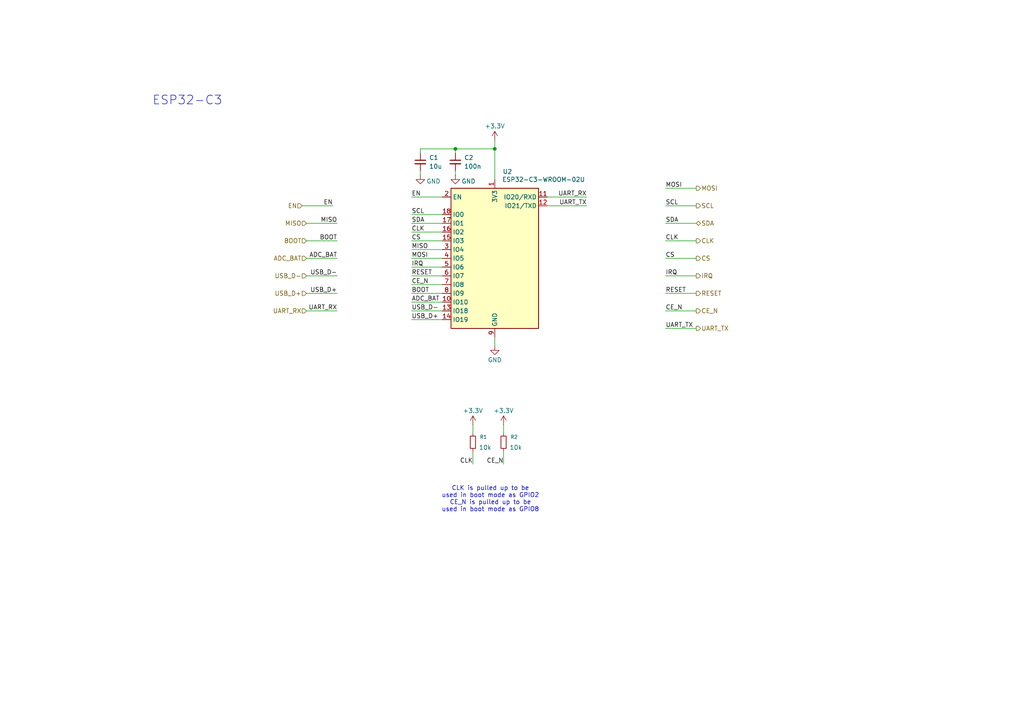
<source format=kicad_sch>
(kicad_sch
	(version 20250114)
	(generator "eeschema")
	(generator_version "9.0")
	(uuid "8645873f-7b7c-4bc8-bde7-ac5de53bb33d")
	(paper "A4")
	(lib_symbols
		(symbol "Device:C_Small"
			(pin_numbers
				(hide yes)
			)
			(pin_names
				(offset 0.254)
				(hide yes)
			)
			(exclude_from_sim no)
			(in_bom yes)
			(on_board yes)
			(property "Reference" "C"
				(at 0.254 1.778 0)
				(effects
					(font
						(size 1.27 1.27)
					)
					(justify left)
				)
			)
			(property "Value" "C_Small"
				(at 0.254 -2.032 0)
				(effects
					(font
						(size 1.27 1.27)
					)
					(justify left)
				)
			)
			(property "Footprint" ""
				(at 0 0 0)
				(effects
					(font
						(size 1.27 1.27)
					)
					(hide yes)
				)
			)
			(property "Datasheet" "~"
				(at 0 0 0)
				(effects
					(font
						(size 1.27 1.27)
					)
					(hide yes)
				)
			)
			(property "Description" "Unpolarized capacitor, small symbol"
				(at 0 0 0)
				(effects
					(font
						(size 1.27 1.27)
					)
					(hide yes)
				)
			)
			(property "ki_keywords" "capacitor cap"
				(at 0 0 0)
				(effects
					(font
						(size 1.27 1.27)
					)
					(hide yes)
				)
			)
			(property "ki_fp_filters" "C_*"
				(at 0 0 0)
				(effects
					(font
						(size 1.27 1.27)
					)
					(hide yes)
				)
			)
			(symbol "C_Small_0_1"
				(polyline
					(pts
						(xy -1.524 0.508) (xy 1.524 0.508)
					)
					(stroke
						(width 0.3048)
						(type default)
					)
					(fill
						(type none)
					)
				)
				(polyline
					(pts
						(xy -1.524 -0.508) (xy 1.524 -0.508)
					)
					(stroke
						(width 0.3302)
						(type default)
					)
					(fill
						(type none)
					)
				)
			)
			(symbol "C_Small_1_1"
				(pin passive line
					(at 0 2.54 270)
					(length 2.032)
					(name "~"
						(effects
							(font
								(size 1.27 1.27)
							)
						)
					)
					(number "1"
						(effects
							(font
								(size 1.27 1.27)
							)
						)
					)
				)
				(pin passive line
					(at 0 -2.54 90)
					(length 2.032)
					(name "~"
						(effects
							(font
								(size 1.27 1.27)
							)
						)
					)
					(number "2"
						(effects
							(font
								(size 1.27 1.27)
							)
						)
					)
				)
			)
			(embedded_fonts no)
		)
		(symbol "Device:R_Small"
			(pin_numbers
				(hide yes)
			)
			(pin_names
				(offset 0.254)
				(hide yes)
			)
			(exclude_from_sim no)
			(in_bom yes)
			(on_board yes)
			(property "Reference" "R"
				(at 0 0 90)
				(effects
					(font
						(size 1.016 1.016)
					)
				)
			)
			(property "Value" "R_Small"
				(at 1.778 0 90)
				(effects
					(font
						(size 1.27 1.27)
					)
				)
			)
			(property "Footprint" ""
				(at 0 0 0)
				(effects
					(font
						(size 1.27 1.27)
					)
					(hide yes)
				)
			)
			(property "Datasheet" "~"
				(at 0 0 0)
				(effects
					(font
						(size 1.27 1.27)
					)
					(hide yes)
				)
			)
			(property "Description" "Resistor, small symbol"
				(at 0 0 0)
				(effects
					(font
						(size 1.27 1.27)
					)
					(hide yes)
				)
			)
			(property "ki_keywords" "R resistor"
				(at 0 0 0)
				(effects
					(font
						(size 1.27 1.27)
					)
					(hide yes)
				)
			)
			(property "ki_fp_filters" "R_*"
				(at 0 0 0)
				(effects
					(font
						(size 1.27 1.27)
					)
					(hide yes)
				)
			)
			(symbol "R_Small_0_1"
				(rectangle
					(start -0.762 1.778)
					(end 0.762 -1.778)
					(stroke
						(width 0.2032)
						(type default)
					)
					(fill
						(type none)
					)
				)
			)
			(symbol "R_Small_1_1"
				(pin passive line
					(at 0 2.54 270)
					(length 0.762)
					(name "~"
						(effects
							(font
								(size 1.27 1.27)
							)
						)
					)
					(number "1"
						(effects
							(font
								(size 1.27 1.27)
							)
						)
					)
				)
				(pin passive line
					(at 0 -2.54 90)
					(length 0.762)
					(name "~"
						(effects
							(font
								(size 1.27 1.27)
							)
						)
					)
					(number "2"
						(effects
							(font
								(size 1.27 1.27)
							)
						)
					)
				)
			)
			(embedded_fonts no)
		)
		(symbol "RF_Module:ESP32-C3-WROOM-02U"
			(exclude_from_sim no)
			(in_bom yes)
			(on_board yes)
			(property "Reference" "U"
				(at -12.192 21.336 0)
				(effects
					(font
						(size 1.27 1.27)
					)
				)
			)
			(property "Value" "ESP32-C3-WROOM-02U"
				(at 12.7 21.336 0)
				(effects
					(font
						(size 1.27 1.27)
					)
				)
			)
			(property "Footprint" "RF_Module:ESP32-C3-WROOM-02U"
				(at 0 -0.635 0)
				(effects
					(font
						(size 1.27 1.27)
					)
					(hide yes)
				)
			)
			(property "Datasheet" "https://www.espressif.com/sites/default/files/documentation/esp32-c3-wroom-02_datasheet_en.pdf"
				(at 0 -0.635 0)
				(effects
					(font
						(size 1.27 1.27)
					)
					(hide yes)
				)
			)
			(property "Description" "802.11 b/g/n Wi­Fi and Bluetooth 5 module, ESP32­C3 SoC, RISC­V microprocessor, On-board antenna"
				(at 0 -0.635 0)
				(effects
					(font
						(size 1.27 1.27)
					)
					(hide yes)
				)
			)
			(property "ki_keywords" "esp32 espressif WiFi Bluetooth LE"
				(at 0 0 0)
				(effects
					(font
						(size 1.27 1.27)
					)
					(hide yes)
				)
			)
			(property "ki_fp_filters" "ESP32?C3*WROOM?02U*"
				(at 0 0 0)
				(effects
					(font
						(size 1.27 1.27)
					)
					(hide yes)
				)
			)
			(symbol "ESP32-C3-WROOM-02U_1_1"
				(rectangle
					(start -12.7 20.32)
					(end 12.7 -20.32)
					(stroke
						(width 0.254)
						(type default)
					)
					(fill
						(type background)
					)
				)
				(pin input line
					(at -15.24 17.78 0)
					(length 2.54)
					(name "EN"
						(effects
							(font
								(size 1.27 1.27)
							)
						)
					)
					(number "2"
						(effects
							(font
								(size 1.27 1.27)
							)
						)
					)
				)
				(pin bidirectional line
					(at -15.24 12.7 0)
					(length 2.54)
					(name "IO0"
						(effects
							(font
								(size 1.27 1.27)
							)
						)
					)
					(number "18"
						(effects
							(font
								(size 1.27 1.27)
							)
						)
					)
				)
				(pin bidirectional line
					(at -15.24 10.16 0)
					(length 2.54)
					(name "IO1"
						(effects
							(font
								(size 1.27 1.27)
							)
						)
					)
					(number "17"
						(effects
							(font
								(size 1.27 1.27)
							)
						)
					)
				)
				(pin bidirectional line
					(at -15.24 7.62 0)
					(length 2.54)
					(name "IO2"
						(effects
							(font
								(size 1.27 1.27)
							)
						)
					)
					(number "16"
						(effects
							(font
								(size 1.27 1.27)
							)
						)
					)
				)
				(pin bidirectional line
					(at -15.24 5.08 0)
					(length 2.54)
					(name "IO3"
						(effects
							(font
								(size 1.27 1.27)
							)
						)
					)
					(number "15"
						(effects
							(font
								(size 1.27 1.27)
							)
						)
					)
				)
				(pin bidirectional line
					(at -15.24 2.54 0)
					(length 2.54)
					(name "IO4"
						(effects
							(font
								(size 1.27 1.27)
							)
						)
					)
					(number "3"
						(effects
							(font
								(size 1.27 1.27)
							)
						)
					)
				)
				(pin bidirectional line
					(at -15.24 0 0)
					(length 2.54)
					(name "IO5"
						(effects
							(font
								(size 1.27 1.27)
							)
						)
					)
					(number "4"
						(effects
							(font
								(size 1.27 1.27)
							)
						)
					)
				)
				(pin bidirectional line
					(at -15.24 -2.54 0)
					(length 2.54)
					(name "IO6"
						(effects
							(font
								(size 1.27 1.27)
							)
						)
					)
					(number "5"
						(effects
							(font
								(size 1.27 1.27)
							)
						)
					)
				)
				(pin bidirectional line
					(at -15.24 -5.08 0)
					(length 2.54)
					(name "IO7"
						(effects
							(font
								(size 1.27 1.27)
							)
						)
					)
					(number "6"
						(effects
							(font
								(size 1.27 1.27)
							)
						)
					)
				)
				(pin bidirectional line
					(at -15.24 -7.62 0)
					(length 2.54)
					(name "IO8"
						(effects
							(font
								(size 1.27 1.27)
							)
						)
					)
					(number "7"
						(effects
							(font
								(size 1.27 1.27)
							)
						)
					)
				)
				(pin bidirectional line
					(at -15.24 -10.16 0)
					(length 2.54)
					(name "IO9"
						(effects
							(font
								(size 1.27 1.27)
							)
						)
					)
					(number "8"
						(effects
							(font
								(size 1.27 1.27)
							)
						)
					)
				)
				(pin bidirectional line
					(at -15.24 -12.7 0)
					(length 2.54)
					(name "IO10"
						(effects
							(font
								(size 1.27 1.27)
							)
						)
					)
					(number "10"
						(effects
							(font
								(size 1.27 1.27)
							)
						)
					)
				)
				(pin bidirectional line
					(at -15.24 -15.24 0)
					(length 2.54)
					(name "IO18"
						(effects
							(font
								(size 1.27 1.27)
							)
						)
					)
					(number "13"
						(effects
							(font
								(size 1.27 1.27)
							)
						)
					)
				)
				(pin bidirectional line
					(at -15.24 -17.78 0)
					(length 2.54)
					(name "IO19"
						(effects
							(font
								(size 1.27 1.27)
							)
						)
					)
					(number "14"
						(effects
							(font
								(size 1.27 1.27)
							)
						)
					)
				)
				(pin power_in line
					(at 0 22.86 270)
					(length 2.54)
					(name "3V3"
						(effects
							(font
								(size 1.27 1.27)
							)
						)
					)
					(number "1"
						(effects
							(font
								(size 1.27 1.27)
							)
						)
					)
				)
				(pin passive line
					(at 0 -22.86 90)
					(length 2.54)
					(hide yes)
					(name "GND"
						(effects
							(font
								(size 1.27 1.27)
							)
						)
					)
					(number "19"
						(effects
							(font
								(size 1.27 1.27)
							)
						)
					)
				)
				(pin power_in line
					(at 0 -22.86 90)
					(length 2.54)
					(name "GND"
						(effects
							(font
								(size 1.27 1.27)
							)
						)
					)
					(number "9"
						(effects
							(font
								(size 1.27 1.27)
							)
						)
					)
				)
				(pin bidirectional line
					(at 15.24 17.78 180)
					(length 2.54)
					(name "IO20/RXD"
						(effects
							(font
								(size 1.27 1.27)
							)
						)
					)
					(number "11"
						(effects
							(font
								(size 1.27 1.27)
							)
						)
					)
				)
				(pin bidirectional line
					(at 15.24 15.24 180)
					(length 2.54)
					(name "IO21/TXD"
						(effects
							(font
								(size 1.27 1.27)
							)
						)
					)
					(number "12"
						(effects
							(font
								(size 1.27 1.27)
							)
						)
					)
				)
			)
			(embedded_fonts no)
		)
		(symbol "power:+3.3V"
			(power)
			(pin_numbers
				(hide yes)
			)
			(pin_names
				(offset 0)
				(hide yes)
			)
			(exclude_from_sim no)
			(in_bom yes)
			(on_board yes)
			(property "Reference" "#PWR"
				(at 0 -3.81 0)
				(effects
					(font
						(size 1.27 1.27)
					)
					(hide yes)
				)
			)
			(property "Value" "+3.3V"
				(at 0 3.556 0)
				(effects
					(font
						(size 1.27 1.27)
					)
				)
			)
			(property "Footprint" ""
				(at 0 0 0)
				(effects
					(font
						(size 1.27 1.27)
					)
					(hide yes)
				)
			)
			(property "Datasheet" ""
				(at 0 0 0)
				(effects
					(font
						(size 1.27 1.27)
					)
					(hide yes)
				)
			)
			(property "Description" "Power symbol creates a global label with name \"+3.3V\""
				(at 0 0 0)
				(effects
					(font
						(size 1.27 1.27)
					)
					(hide yes)
				)
			)
			(property "ki_keywords" "global power"
				(at 0 0 0)
				(effects
					(font
						(size 1.27 1.27)
					)
					(hide yes)
				)
			)
			(symbol "+3.3V_0_1"
				(polyline
					(pts
						(xy -0.762 1.27) (xy 0 2.54)
					)
					(stroke
						(width 0)
						(type default)
					)
					(fill
						(type none)
					)
				)
				(polyline
					(pts
						(xy 0 2.54) (xy 0.762 1.27)
					)
					(stroke
						(width 0)
						(type default)
					)
					(fill
						(type none)
					)
				)
				(polyline
					(pts
						(xy 0 0) (xy 0 2.54)
					)
					(stroke
						(width 0)
						(type default)
					)
					(fill
						(type none)
					)
				)
			)
			(symbol "+3.3V_1_1"
				(pin power_in line
					(at 0 0 90)
					(length 0)
					(name "~"
						(effects
							(font
								(size 1.27 1.27)
							)
						)
					)
					(number "1"
						(effects
							(font
								(size 1.27 1.27)
							)
						)
					)
				)
			)
			(embedded_fonts no)
		)
		(symbol "power:GND"
			(power)
			(pin_numbers
				(hide yes)
			)
			(pin_names
				(offset 0)
				(hide yes)
			)
			(exclude_from_sim no)
			(in_bom yes)
			(on_board yes)
			(property "Reference" "#PWR"
				(at 0 -6.35 0)
				(effects
					(font
						(size 1.27 1.27)
					)
					(hide yes)
				)
			)
			(property "Value" "GND"
				(at 0 -3.81 0)
				(effects
					(font
						(size 1.27 1.27)
					)
				)
			)
			(property "Footprint" ""
				(at 0 0 0)
				(effects
					(font
						(size 1.27 1.27)
					)
					(hide yes)
				)
			)
			(property "Datasheet" ""
				(at 0 0 0)
				(effects
					(font
						(size 1.27 1.27)
					)
					(hide yes)
				)
			)
			(property "Description" "Power symbol creates a global label with name \"GND\" , ground"
				(at 0 0 0)
				(effects
					(font
						(size 1.27 1.27)
					)
					(hide yes)
				)
			)
			(property "ki_keywords" "global power"
				(at 0 0 0)
				(effects
					(font
						(size 1.27 1.27)
					)
					(hide yes)
				)
			)
			(symbol "GND_0_1"
				(polyline
					(pts
						(xy 0 0) (xy 0 -1.27) (xy 1.27 -1.27) (xy 0 -2.54) (xy -1.27 -1.27) (xy 0 -1.27)
					)
					(stroke
						(width 0)
						(type default)
					)
					(fill
						(type none)
					)
				)
			)
			(symbol "GND_1_1"
				(pin power_in line
					(at 0 0 270)
					(length 0)
					(name "~"
						(effects
							(font
								(size 1.27 1.27)
							)
						)
					)
					(number "1"
						(effects
							(font
								(size 1.27 1.27)
							)
						)
					)
				)
			)
			(embedded_fonts no)
		)
	)
	(text "CLK is pulled up to be\nused in boot mode as GPIO2\nCE_N is pulled up to be\nused in boot mode as GPIO8\n"
		(exclude_from_sim no)
		(at 142.24 144.78 0)
		(effects
			(font
				(size 1.27 1.27)
			)
		)
		(uuid "119381d0-8d01-495d-af7f-b687b700bafe")
	)
	(text "ESP32-C3\n"
		(exclude_from_sim no)
		(at 54.356 29.21 0)
		(effects
			(font
				(size 2.54 2.54)
			)
		)
		(uuid "ba56a489-f25b-484e-aadf-bfaf49baba97")
	)
	(junction
		(at 143.51 43.18)
		(diameter 0)
		(color 0 0 0 0)
		(uuid "085e7ec4-2195-48c7-8efc-b598eed4c06e")
	)
	(junction
		(at 132.08 43.18)
		(diameter 0)
		(color 0 0 0 0)
		(uuid "67953792-5727-41b3-8790-af24089e1fb4")
	)
	(wire
		(pts
			(xy 193.04 74.93) (xy 201.93 74.93)
		)
		(stroke
			(width 0)
			(type default)
		)
		(uuid "11e284b0-685c-4f9b-8f86-72940d33d1d0")
	)
	(wire
		(pts
			(xy 193.04 64.77) (xy 201.93 64.77)
		)
		(stroke
			(width 0)
			(type default)
		)
		(uuid "162a5b74-019d-4354-962f-b731c386f38a")
	)
	(wire
		(pts
			(xy 119.38 77.47) (xy 128.27 77.47)
		)
		(stroke
			(width 0)
			(type default)
		)
		(uuid "1ce7a9a0-9726-4582-bfd0-93de326cc549")
	)
	(wire
		(pts
			(xy 119.38 87.63) (xy 128.27 87.63)
		)
		(stroke
			(width 0)
			(type default)
		)
		(uuid "26f9610b-ce3f-493c-ba9c-398fe46dd9b9")
	)
	(wire
		(pts
			(xy 119.38 69.85) (xy 128.27 69.85)
		)
		(stroke
			(width 0)
			(type default)
		)
		(uuid "2acffca7-33e6-40ed-a2be-eb2c685bded4")
	)
	(wire
		(pts
			(xy 121.92 43.18) (xy 121.92 44.45)
		)
		(stroke
			(width 0)
			(type default)
		)
		(uuid "33a484a6-1907-4874-9521-62f31f3e86c5")
	)
	(wire
		(pts
			(xy 119.38 67.31) (xy 128.27 67.31)
		)
		(stroke
			(width 0)
			(type default)
		)
		(uuid "3a53f9a4-a49c-4db6-8b5f-149d6ec3442a")
	)
	(wire
		(pts
			(xy 121.92 43.18) (xy 132.08 43.18)
		)
		(stroke
			(width 0)
			(type default)
		)
		(uuid "3f142be5-e4a8-4017-a4a5-1a1ef40cfcb9")
	)
	(wire
		(pts
			(xy 119.38 80.01) (xy 128.27 80.01)
		)
		(stroke
			(width 0)
			(type default)
		)
		(uuid "45c52a8e-f296-4e50-9d66-6235b9452eff")
	)
	(wire
		(pts
			(xy 88.9 85.09) (xy 97.79 85.09)
		)
		(stroke
			(width 0)
			(type default)
		)
		(uuid "53cede10-3e11-4536-8f8f-dfbd8008e1c0")
	)
	(wire
		(pts
			(xy 119.38 74.93) (xy 128.27 74.93)
		)
		(stroke
			(width 0)
			(type default)
		)
		(uuid "54e25ad2-6787-4822-bb5e-6e5b451701c9")
	)
	(wire
		(pts
			(xy 88.9 64.77) (xy 97.79 64.77)
		)
		(stroke
			(width 0)
			(type default)
		)
		(uuid "56c659a5-8238-4271-a858-5675343fde16")
	)
	(wire
		(pts
			(xy 119.38 82.55) (xy 128.27 82.55)
		)
		(stroke
			(width 0)
			(type default)
		)
		(uuid "56eb87c9-c441-4128-98dd-28413d939494")
	)
	(wire
		(pts
			(xy 137.16 130.81) (xy 137.16 134.62)
		)
		(stroke
			(width 0)
			(type default)
		)
		(uuid "5e116d8d-0bb2-4662-b438-6ee2e1e6e76f")
	)
	(wire
		(pts
			(xy 119.38 85.09) (xy 128.27 85.09)
		)
		(stroke
			(width 0)
			(type default)
		)
		(uuid "5e3bd006-c4e4-4449-b417-ad6a477864f0")
	)
	(wire
		(pts
			(xy 88.9 74.93) (xy 97.79 74.93)
		)
		(stroke
			(width 0)
			(type default)
		)
		(uuid "5f2a031c-257f-4a97-b2db-6ded0f85d23b")
	)
	(wire
		(pts
			(xy 119.38 57.15) (xy 128.27 57.15)
		)
		(stroke
			(width 0)
			(type default)
		)
		(uuid "607b0c94-1577-4fa8-9516-5e40bdd4b824")
	)
	(wire
		(pts
			(xy 158.75 57.15) (xy 170.18 57.15)
		)
		(stroke
			(width 0)
			(type default)
		)
		(uuid "6bb87583-5b3f-4b97-82d9-91b1eb77d9df")
	)
	(wire
		(pts
			(xy 193.04 80.01) (xy 201.93 80.01)
		)
		(stroke
			(width 0)
			(type default)
		)
		(uuid "6f85da20-63c5-4d16-9981-344721b43a50")
	)
	(wire
		(pts
			(xy 88.9 90.17) (xy 97.79 90.17)
		)
		(stroke
			(width 0)
			(type default)
		)
		(uuid "706bbce9-86a7-43f7-8192-d2fc82d869a4")
	)
	(wire
		(pts
			(xy 88.9 80.01) (xy 97.79 80.01)
		)
		(stroke
			(width 0)
			(type default)
		)
		(uuid "71039876-e3ae-466e-949c-e369b5fe3807")
	)
	(wire
		(pts
			(xy 119.38 92.71) (xy 128.27 92.71)
		)
		(stroke
			(width 0)
			(type default)
		)
		(uuid "73ca5f5d-2e0e-44a6-a3f2-b191a9e85a40")
	)
	(wire
		(pts
			(xy 87.63 59.69) (xy 96.52 59.69)
		)
		(stroke
			(width 0)
			(type default)
		)
		(uuid "74181e5e-8769-4e55-bc1a-62ed512d3671")
	)
	(wire
		(pts
			(xy 193.04 85.09) (xy 201.93 85.09)
		)
		(stroke
			(width 0)
			(type default)
		)
		(uuid "759ccfee-4a2f-4f62-9191-e504e29fe535")
	)
	(wire
		(pts
			(xy 121.92 49.53) (xy 121.92 50.8)
		)
		(stroke
			(width 0)
			(type default)
		)
		(uuid "7babc43c-13bf-4560-9eb7-cdda8b853a87")
	)
	(wire
		(pts
			(xy 158.75 59.69) (xy 170.18 59.69)
		)
		(stroke
			(width 0)
			(type default)
		)
		(uuid "7bd61418-193d-4934-84ea-f423fad4a668")
	)
	(wire
		(pts
			(xy 193.04 59.69) (xy 201.93 59.69)
		)
		(stroke
			(width 0)
			(type default)
		)
		(uuid "7c2a5a4b-05e4-463a-ab11-a2643e9c73c5")
	)
	(wire
		(pts
			(xy 193.04 69.85) (xy 201.93 69.85)
		)
		(stroke
			(width 0)
			(type default)
		)
		(uuid "7e95b299-2267-452d-b0e2-9dfc998fb6f8")
	)
	(wire
		(pts
			(xy 193.04 95.25) (xy 201.93 95.25)
		)
		(stroke
			(width 0)
			(type default)
		)
		(uuid "804c7289-baf8-4468-8767-4891f2db3713")
	)
	(wire
		(pts
			(xy 132.08 43.18) (xy 143.51 43.18)
		)
		(stroke
			(width 0)
			(type default)
		)
		(uuid "81e2f38a-70a4-4e96-b863-24678c318bf0")
	)
	(wire
		(pts
			(xy 146.05 130.81) (xy 146.05 134.62)
		)
		(stroke
			(width 0)
			(type default)
		)
		(uuid "8fd8f736-9fe5-4889-9ac3-eeb4b504b6dd")
	)
	(wire
		(pts
			(xy 88.9 69.85) (xy 97.79 69.85)
		)
		(stroke
			(width 0)
			(type default)
		)
		(uuid "91290b5e-d09e-4d95-8c56-b9cc54241baa")
	)
	(wire
		(pts
			(xy 119.38 62.23) (xy 128.27 62.23)
		)
		(stroke
			(width 0)
			(type default)
		)
		(uuid "a67c50a1-ec8b-4745-a825-93a3e3754265")
	)
	(wire
		(pts
			(xy 137.16 123.19) (xy 137.16 125.73)
		)
		(stroke
			(width 0)
			(type default)
		)
		(uuid "aa95ed68-b958-44cc-9b12-fe24a57e47ce")
	)
	(wire
		(pts
			(xy 143.51 40.64) (xy 143.51 43.18)
		)
		(stroke
			(width 0)
			(type default)
		)
		(uuid "b9e5e080-3b6b-4645-b88e-a0e4b457b58c")
	)
	(wire
		(pts
			(xy 193.04 54.61) (xy 201.93 54.61)
		)
		(stroke
			(width 0)
			(type default)
		)
		(uuid "bb58734e-f382-4091-91f3-71b7298f224d")
	)
	(wire
		(pts
			(xy 132.08 49.53) (xy 132.08 50.8)
		)
		(stroke
			(width 0)
			(type default)
		)
		(uuid "c97b4f4c-8151-4e17-89ae-cc377e6eefae")
	)
	(wire
		(pts
			(xy 146.05 123.19) (xy 146.05 125.73)
		)
		(stroke
			(width 0)
			(type default)
		)
		(uuid "cfd93fb8-075b-405e-9ba2-300a40250cd3")
	)
	(wire
		(pts
			(xy 143.51 97.79) (xy 143.51 100.33)
		)
		(stroke
			(width 0)
			(type default)
		)
		(uuid "db5912da-ff3b-4ebc-8a0a-60745eaa0349")
	)
	(wire
		(pts
			(xy 143.51 43.18) (xy 143.51 52.07)
		)
		(stroke
			(width 0)
			(type default)
		)
		(uuid "e2b3b8f4-4ff3-48e7-83de-5f4753a73299")
	)
	(wire
		(pts
			(xy 119.38 90.17) (xy 128.27 90.17)
		)
		(stroke
			(width 0)
			(type default)
		)
		(uuid "e3ca66f4-9546-4060-84ef-26b18fc1f651")
	)
	(wire
		(pts
			(xy 132.08 43.18) (xy 132.08 44.45)
		)
		(stroke
			(width 0)
			(type default)
		)
		(uuid "e8783687-bb23-44b6-bd26-83145d8b4d70")
	)
	(wire
		(pts
			(xy 119.38 72.39) (xy 128.27 72.39)
		)
		(stroke
			(width 0)
			(type default)
		)
		(uuid "f44365af-4b42-40f5-9097-5e374a731254")
	)
	(wire
		(pts
			(xy 193.04 90.17) (xy 201.93 90.17)
		)
		(stroke
			(width 0)
			(type default)
		)
		(uuid "f671398e-95d8-4ee6-997b-5fd26b58e7b5")
	)
	(wire
		(pts
			(xy 119.38 64.77) (xy 128.27 64.77)
		)
		(stroke
			(width 0)
			(type default)
		)
		(uuid "f79867f9-cbbb-4ae2-869d-83c8922a2040")
	)
	(label "SCL"
		(at 119.38 62.23 0)
		(effects
			(font
				(size 1.27 1.27)
			)
			(justify left bottom)
		)
		(uuid "044802db-a509-4620-a7d2-010b3f6a74c5")
	)
	(label "USB_D+"
		(at 119.38 92.71 0)
		(effects
			(font
				(size 1.27 1.27)
			)
			(justify left bottom)
		)
		(uuid "19d2b7eb-27cb-42a9-aa0c-4eae6b742619")
	)
	(label "CS"
		(at 193.04 74.93 0)
		(effects
			(font
				(size 1.27 1.27)
			)
			(justify left bottom)
		)
		(uuid "2ef8a664-a6db-4046-b2be-298cbd80ecc4")
	)
	(label "MOSI"
		(at 119.38 74.93 0)
		(effects
			(font
				(size 1.27 1.27)
			)
			(justify left bottom)
		)
		(uuid "2ff437bb-0371-49a6-b92e-8557f3fe83c5")
	)
	(label "UART_TX"
		(at 170.18 59.69 180)
		(effects
			(font
				(size 1.27 1.27)
			)
			(justify right bottom)
		)
		(uuid "324a2568-98b1-4444-8160-91cf57000c0c")
	)
	(label "RESET"
		(at 119.38 80.01 0)
		(effects
			(font
				(size 1.27 1.27)
			)
			(justify left bottom)
		)
		(uuid "3e5fe4a5-6ada-4512-b4b1-0956d37c7770")
	)
	(label "EN"
		(at 119.38 57.15 0)
		(effects
			(font
				(size 1.27 1.27)
			)
			(justify left bottom)
		)
		(uuid "48cbf2b9-7395-4ca4-9f1b-b49a291ba48c")
	)
	(label "CE_N"
		(at 146.05 134.62 180)
		(effects
			(font
				(size 1.27 1.27)
			)
			(justify right bottom)
		)
		(uuid "65525b1a-b8cf-46e4-b955-2329dc10b3bb")
	)
	(label "CLK"
		(at 119.38 67.31 0)
		(effects
			(font
				(size 1.27 1.27)
			)
			(justify left bottom)
		)
		(uuid "689753ab-323c-475d-a94b-061fdb31c3a7")
	)
	(label "UART_RX"
		(at 97.79 90.17 180)
		(effects
			(font
				(size 1.27 1.27)
			)
			(justify right bottom)
		)
		(uuid "6b141c9c-9c85-4009-bcc9-71c74e2c873f")
	)
	(label "CLK"
		(at 137.16 134.62 180)
		(effects
			(font
				(size 1.27 1.27)
			)
			(justify right bottom)
		)
		(uuid "700adc87-d978-4413-b73c-3174e8ab6981")
	)
	(label "RESET"
		(at 193.04 85.09 0)
		(effects
			(font
				(size 1.27 1.27)
			)
			(justify left bottom)
		)
		(uuid "7dd8bae8-2f08-46cb-af70-a725200aed70")
	)
	(label "SDA"
		(at 119.38 64.77 0)
		(effects
			(font
				(size 1.27 1.27)
			)
			(justify left bottom)
		)
		(uuid "7f2b8004-2c74-4b4f-900a-a39c581beaff")
	)
	(label "MOSI"
		(at 193.04 54.61 0)
		(effects
			(font
				(size 1.27 1.27)
			)
			(justify left bottom)
		)
		(uuid "8292d61e-bdda-4412-b64f-9386259838be")
	)
	(label "BOOT"
		(at 119.38 85.09 0)
		(effects
			(font
				(size 1.27 1.27)
			)
			(justify left bottom)
		)
		(uuid "8c99fbb9-1d4e-40f7-9903-8cacb57cbcaf")
	)
	(label "ADC_BAT"
		(at 97.79 74.93 180)
		(effects
			(font
				(size 1.27 1.27)
			)
			(justify right bottom)
		)
		(uuid "91128b07-e07a-4556-9fb2-86b02c4770e2")
	)
	(label "USB_D+"
		(at 97.79 85.09 180)
		(effects
			(font
				(size 1.27 1.27)
			)
			(justify right bottom)
		)
		(uuid "9a13440c-9e70-4d9e-80f4-8e3db93ff58d")
	)
	(label "EN"
		(at 96.52 59.69 180)
		(effects
			(font
				(size 1.27 1.27)
			)
			(justify right bottom)
		)
		(uuid "9a2311cb-422f-4199-b1bc-dad31a32f704")
	)
	(label "IRQ"
		(at 119.38 77.47 0)
		(effects
			(font
				(size 1.27 1.27)
			)
			(justify left bottom)
		)
		(uuid "9b04eee9-20d1-4af6-834d-03e231495f19")
	)
	(label "CE_N"
		(at 193.04 90.17 0)
		(effects
			(font
				(size 1.27 1.27)
			)
			(justify left bottom)
		)
		(uuid "9b515d50-d696-4609-b4a1-56bd9f202604")
	)
	(label "SCL"
		(at 193.04 59.69 0)
		(effects
			(font
				(size 1.27 1.27)
			)
			(justify left bottom)
		)
		(uuid "a828a068-3bd2-4346-8cc2-986f286c5349")
	)
	(label "CE_N"
		(at 119.38 82.55 0)
		(effects
			(font
				(size 1.27 1.27)
			)
			(justify left bottom)
		)
		(uuid "a94e3d41-8a68-4261-846c-8ff05d651d23")
	)
	(label "BOOT"
		(at 97.79 69.85 180)
		(effects
			(font
				(size 1.27 1.27)
			)
			(justify right bottom)
		)
		(uuid "a9af8bbb-4bd4-4161-a4dc-912cc4f5bb60")
	)
	(label "UART_RX"
		(at 170.18 57.15 180)
		(effects
			(font
				(size 1.27 1.27)
			)
			(justify right bottom)
		)
		(uuid "ab410970-ade1-450e-8228-1e78a4e03ea4")
	)
	(label "USB_D-"
		(at 119.38 90.17 0)
		(effects
			(font
				(size 1.27 1.27)
			)
			(justify left bottom)
		)
		(uuid "b1565c09-9724-4c8b-ac77-87ce1358645e")
	)
	(label "USB_D-"
		(at 97.79 80.01 180)
		(effects
			(font
				(size 1.27 1.27)
			)
			(justify right bottom)
		)
		(uuid "b25d0009-d801-4091-bc86-5447b55ae2ac")
	)
	(label "CLK"
		(at 193.04 69.85 0)
		(effects
			(font
				(size 1.27 1.27)
			)
			(justify left bottom)
		)
		(uuid "bc6e1c44-b98a-4301-9855-8d78291be3ce")
	)
	(label "UART_TX"
		(at 193.04 95.25 0)
		(effects
			(font
				(size 1.27 1.27)
			)
			(justify left bottom)
		)
		(uuid "c6875627-290a-4876-a885-e3529c196f5e")
	)
	(label "SDA"
		(at 193.04 64.77 0)
		(effects
			(font
				(size 1.27 1.27)
			)
			(justify left bottom)
		)
		(uuid "c792f109-17cc-485c-b548-fe035d7409ce")
	)
	(label "MISO"
		(at 97.79 64.77 180)
		(effects
			(font
				(size 1.27 1.27)
			)
			(justify right bottom)
		)
		(uuid "da768469-70c4-4b40-a7ea-02b3b012a4ed")
	)
	(label "IRQ"
		(at 193.04 80.01 0)
		(effects
			(font
				(size 1.27 1.27)
			)
			(justify left bottom)
		)
		(uuid "dc2a7b47-7877-416b-9914-e268887d9fee")
	)
	(label "CS"
		(at 119.38 69.85 0)
		(effects
			(font
				(size 1.27 1.27)
			)
			(justify left bottom)
		)
		(uuid "dd829152-c6db-45bb-af57-c76d69c0f10c")
	)
	(label "MISO"
		(at 119.38 72.39 0)
		(effects
			(font
				(size 1.27 1.27)
			)
			(justify left bottom)
		)
		(uuid "e5e222ec-2863-4f43-91c2-3989611a3c9c")
	)
	(label "ADC_BAT"
		(at 119.38 87.63 0)
		(effects
			(font
				(size 1.27 1.27)
			)
			(justify left bottom)
		)
		(uuid "ea68a5e0-7a0f-4a5f-92bd-34981dce527d")
	)
	(hierarchical_label "SDA"
		(shape bidirectional)
		(at 201.93 64.77 0)
		(effects
			(font
				(size 1.27 1.27)
			)
			(justify left)
		)
		(uuid "02040592-b9c5-4c41-bb35-b2b6ae0a2a86")
	)
	(hierarchical_label "IRQ"
		(shape output)
		(at 201.93 80.01 0)
		(effects
			(font
				(size 1.27 1.27)
			)
			(justify left)
		)
		(uuid "0ceb2452-685a-4cc3-9aaf-f254473b4c5f")
	)
	(hierarchical_label "CLK"
		(shape output)
		(at 201.93 69.85 0)
		(effects
			(font
				(size 1.27 1.27)
			)
			(justify left)
		)
		(uuid "0df6b1ca-1682-4fd5-a516-5f93d4b1f472")
	)
	(hierarchical_label "CS"
		(shape output)
		(at 201.93 74.93 0)
		(effects
			(font
				(size 1.27 1.27)
			)
			(justify left)
		)
		(uuid "3c4f2e30-1347-4643-9245-af629f21ee20")
	)
	(hierarchical_label "RESET"
		(shape output)
		(at 201.93 85.09 0)
		(effects
			(font
				(size 1.27 1.27)
			)
			(justify left)
		)
		(uuid "3fb3edcc-3746-46d5-961a-5bc34943b8f0")
	)
	(hierarchical_label "ADC_BAT"
		(shape input)
		(at 88.9 74.93 180)
		(effects
			(font
				(size 1.27 1.27)
			)
			(justify right)
		)
		(uuid "576d267a-ca3a-43ad-be5b-31ef713b7c9d")
	)
	(hierarchical_label "BOOT"
		(shape input)
		(at 88.9 69.85 180)
		(effects
			(font
				(size 1.27 1.27)
			)
			(justify right)
		)
		(uuid "67ed1e30-6fa9-412e-81ba-2218cc63a71d")
	)
	(hierarchical_label "UART_RX"
		(shape input)
		(at 88.9 90.17 180)
		(effects
			(font
				(size 1.27 1.27)
			)
			(justify right)
		)
		(uuid "a3a5672b-785f-4ca9-9c30-88f6074cb24f")
	)
	(hierarchical_label "CE_N"
		(shape output)
		(at 201.93 90.17 0)
		(effects
			(font
				(size 1.27 1.27)
			)
			(justify left)
		)
		(uuid "a8bd7e2c-90ed-4af2-a0d4-d3eea04ea141")
	)
	(hierarchical_label "EN"
		(shape input)
		(at 87.63 59.69 180)
		(effects
			(font
				(size 1.27 1.27)
			)
			(justify right)
		)
		(uuid "b7157154-7c35-4d59-8a18-7fb82938617c")
	)
	(hierarchical_label "MISO"
		(shape input)
		(at 88.9 64.77 180)
		(effects
			(font
				(size 1.27 1.27)
			)
			(justify right)
		)
		(uuid "beccac05-91f8-4feb-96ff-927ade3e4e73")
	)
	(hierarchical_label "MOSI"
		(shape output)
		(at 201.93 54.61 0)
		(effects
			(font
				(size 1.27 1.27)
			)
			(justify left)
		)
		(uuid "bf451acd-cdbc-42b2-9138-c5c2f5a6ae2b")
	)
	(hierarchical_label "USB_D-"
		(shape input)
		(at 88.9 80.01 180)
		(effects
			(font
				(size 1.27 1.27)
			)
			(justify right)
		)
		(uuid "d49fcd57-586b-417c-98ac-64bede3e633a")
	)
	(hierarchical_label "SCL"
		(shape output)
		(at 201.93 59.69 0)
		(effects
			(font
				(size 1.27 1.27)
			)
			(justify left)
		)
		(uuid "db3b084f-c1d5-4cb0-9304-41c55142d0ab")
	)
	(hierarchical_label "USB_D+"
		(shape input)
		(at 88.9 85.09 180)
		(effects
			(font
				(size 1.27 1.27)
			)
			(justify right)
		)
		(uuid "e21dff74-0550-48b0-982e-1237057b4623")
	)
	(hierarchical_label "UART_TX"
		(shape output)
		(at 201.93 95.25 0)
		(effects
			(font
				(size 1.27 1.27)
			)
			(justify left)
		)
		(uuid "fbd6c41d-56b3-40a7-b2f1-a549f5f11aca")
	)
	(symbol
		(lib_id "power:+3.3V")
		(at 137.16 123.19 0)
		(unit 1)
		(exclude_from_sim no)
		(in_bom yes)
		(on_board yes)
		(dnp no)
		(uuid "125d92e1-8b6b-4c7e-98b5-22bdf3eeb43c")
		(property "Reference" "#PWR05"
			(at 137.16 127 0)
			(effects
				(font
					(size 1.27 1.27)
				)
				(hide yes)
			)
		)
		(property "Value" "+3.3V"
			(at 137.16 119.126 0)
			(effects
				(font
					(size 1.27 1.27)
				)
			)
		)
		(property "Footprint" ""
			(at 137.16 123.19 0)
			(effects
				(font
					(size 1.27 1.27)
				)
				(hide yes)
			)
		)
		(property "Datasheet" ""
			(at 137.16 123.19 0)
			(effects
				(font
					(size 1.27 1.27)
				)
				(hide yes)
			)
		)
		(property "Description" "Power symbol creates a global label with name \"+3.3V\""
			(at 137.16 123.19 0)
			(effects
				(font
					(size 1.27 1.27)
				)
				(hide yes)
			)
		)
		(pin "1"
			(uuid "555d1be3-028a-4518-8e1b-d3e4aa89513f")
		)
		(instances
			(project "vitimonitor_sensor"
				(path "/8365193e-4878-4a04-b89a-a51695e2c71c/3e771e37-b7bf-4853-b370-463619d49ec3"
					(reference "#PWR05")
					(unit 1)
				)
			)
		)
	)
	(symbol
		(lib_id "power:GND")
		(at 143.51 100.33 0)
		(unit 1)
		(exclude_from_sim no)
		(in_bom yes)
		(on_board yes)
		(dnp no)
		(uuid "13404092-fc68-4aa1-a034-102bd2d98922")
		(property "Reference" "#PWR04"
			(at 143.51 106.68 0)
			(effects
				(font
					(size 1.27 1.27)
				)
				(hide yes)
			)
		)
		(property "Value" "GND"
			(at 143.51 104.394 0)
			(effects
				(font
					(size 1.27 1.27)
				)
			)
		)
		(property "Footprint" ""
			(at 143.51 100.33 0)
			(effects
				(font
					(size 1.27 1.27)
				)
				(hide yes)
			)
		)
		(property "Datasheet" ""
			(at 143.51 100.33 0)
			(effects
				(font
					(size 1.27 1.27)
				)
				(hide yes)
			)
		)
		(property "Description" "Power symbol creates a global label with name \"GND\" , ground"
			(at 143.51 100.33 0)
			(effects
				(font
					(size 1.27 1.27)
				)
				(hide yes)
			)
		)
		(pin "1"
			(uuid "e4161ec2-057a-4ffb-85dc-c7681101ab66")
		)
		(instances
			(project "vitimonitor_sensor"
				(path "/8365193e-4878-4a04-b89a-a51695e2c71c/3e771e37-b7bf-4853-b370-463619d49ec3"
					(reference "#PWR04")
					(unit 1)
				)
			)
		)
	)
	(symbol
		(lib_id "power:+3.3V")
		(at 146.05 123.19 0)
		(unit 1)
		(exclude_from_sim no)
		(in_bom yes)
		(on_board yes)
		(dnp no)
		(uuid "3b0e99b0-3772-488a-adea-e034831eac57")
		(property "Reference" "#PWR06"
			(at 146.05 127 0)
			(effects
				(font
					(size 1.27 1.27)
				)
				(hide yes)
			)
		)
		(property "Value" "+3.3V"
			(at 146.05 119.126 0)
			(effects
				(font
					(size 1.27 1.27)
				)
			)
		)
		(property "Footprint" ""
			(at 146.05 123.19 0)
			(effects
				(font
					(size 1.27 1.27)
				)
				(hide yes)
			)
		)
		(property "Datasheet" ""
			(at 146.05 123.19 0)
			(effects
				(font
					(size 1.27 1.27)
				)
				(hide yes)
			)
		)
		(property "Description" "Power symbol creates a global label with name \"+3.3V\""
			(at 146.05 123.19 0)
			(effects
				(font
					(size 1.27 1.27)
				)
				(hide yes)
			)
		)
		(pin "1"
			(uuid "cb416a72-8d80-4230-bed7-3af5f257ec0e")
		)
		(instances
			(project "vitimonitor_sensor"
				(path "/8365193e-4878-4a04-b89a-a51695e2c71c/3e771e37-b7bf-4853-b370-463619d49ec3"
					(reference "#PWR06")
					(unit 1)
				)
			)
		)
	)
	(symbol
		(lib_id "RF_Module:ESP32-C3-WROOM-02U")
		(at 143.51 74.93 0)
		(unit 1)
		(exclude_from_sim no)
		(in_bom yes)
		(on_board yes)
		(dnp no)
		(uuid "42d6cfe7-ff9c-4c9b-af52-3838313335cf")
		(property "Reference" "U2"
			(at 145.796 49.784 0)
			(effects
				(font
					(size 1.27 1.27)
				)
				(justify left)
			)
		)
		(property "Value" "ESP32-C3-WROOM-02U"
			(at 145.6533 52.07 0)
			(effects
				(font
					(size 1.27 1.27)
				)
				(justify left)
			)
		)
		(property "Footprint" "RF_Module:ESP32-C3-WROOM-02U"
			(at 143.51 75.565 0)
			(effects
				(font
					(size 1.27 1.27)
				)
				(hide yes)
			)
		)
		(property "Datasheet" "https://www.espressif.com/sites/default/files/documentation/esp32-c3-wroom-02_datasheet_en.pdf"
			(at 143.51 75.565 0)
			(effects
				(font
					(size 1.27 1.27)
				)
				(hide yes)
			)
		)
		(property "Description" "802.11 b/g/n Wi­Fi and Bluetooth 5 module, ESP32­C3 SoC, RISC­V microprocessor, On-board antenna"
			(at 143.51 75.565 0)
			(effects
				(font
					(size 1.27 1.27)
				)
				(hide yes)
			)
		)
		(pin "5"
			(uuid "d1ba135f-bea9-41fd-a22a-71c26238939f")
		)
		(pin "14"
			(uuid "782c5035-8316-440d-b77d-c6273e4ce23b")
		)
		(pin "6"
			(uuid "e64cbfd6-4c16-4132-b07d-079a8b858f03")
		)
		(pin "7"
			(uuid "1f2813e0-3e8d-4bf8-bfcd-ee229e343db7")
		)
		(pin "12"
			(uuid "792ae00f-ba8c-4d9a-9945-a74847c17a52")
		)
		(pin "18"
			(uuid "1a92883c-f49d-4722-830a-d05501b3c120")
		)
		(pin "15"
			(uuid "3376c164-64e9-4429-964b-e100af0b3087")
		)
		(pin "10"
			(uuid "937f14a6-69a7-403b-b303-a10f6c0fd71e")
		)
		(pin "8"
			(uuid "e21b5622-51f0-4dff-b1c4-b273bbba21fc")
		)
		(pin "1"
			(uuid "3e5e1628-87ea-4404-be84-b9f251d1fb08")
		)
		(pin "2"
			(uuid "3bc98b6a-b490-4ca1-bd62-a29bcc207bfa")
		)
		(pin "17"
			(uuid "1d1c70fd-4f0b-4d5a-8b4b-e4073937971b")
		)
		(pin "16"
			(uuid "a5a5f0e7-9bcf-483d-8e95-f8eb8e71d83e")
		)
		(pin "3"
			(uuid "380a0fd1-f54b-4120-8f79-67dd8148a05d")
		)
		(pin "4"
			(uuid "b5f0ed09-02bb-49d3-82db-74b2324b2727")
		)
		(pin "13"
			(uuid "78bf7c6d-1b04-45d0-9088-951094acd230")
		)
		(pin "9"
			(uuid "242df454-e1a1-4934-8c42-216a4ed280a1")
		)
		(pin "11"
			(uuid "a3ed8450-57e7-4896-a040-e275c15f41b6")
		)
		(pin "19"
			(uuid "b7da61ee-eaf5-401e-8302-49f8e2047415")
		)
		(instances
			(project "vitimonitor_sensor"
				(path "/8365193e-4878-4a04-b89a-a51695e2c71c/3e771e37-b7bf-4853-b370-463619d49ec3"
					(reference "U2")
					(unit 1)
				)
			)
		)
	)
	(symbol
		(lib_id "power:GND")
		(at 132.08 50.8 0)
		(unit 1)
		(exclude_from_sim no)
		(in_bom yes)
		(on_board yes)
		(dnp no)
		(uuid "5b07146d-06b3-48d6-bd7a-c70f2ad396f2")
		(property "Reference" "#PWR02"
			(at 132.08 57.15 0)
			(effects
				(font
					(size 1.27 1.27)
				)
				(hide yes)
			)
		)
		(property "Value" "GND"
			(at 135.89 52.578 0)
			(effects
				(font
					(size 1.27 1.27)
				)
			)
		)
		(property "Footprint" ""
			(at 132.08 50.8 0)
			(effects
				(font
					(size 1.27 1.27)
				)
				(hide yes)
			)
		)
		(property "Datasheet" ""
			(at 132.08 50.8 0)
			(effects
				(font
					(size 1.27 1.27)
				)
				(hide yes)
			)
		)
		(property "Description" "Power symbol creates a global label with name \"GND\" , ground"
			(at 132.08 50.8 0)
			(effects
				(font
					(size 1.27 1.27)
				)
				(hide yes)
			)
		)
		(pin "1"
			(uuid "1f554fb3-98b3-4b01-89dd-cf76c6686775")
		)
		(instances
			(project "vitimonitor_sensor"
				(path "/8365193e-4878-4a04-b89a-a51695e2c71c/3e771e37-b7bf-4853-b370-463619d49ec3"
					(reference "#PWR02")
					(unit 1)
				)
			)
		)
	)
	(symbol
		(lib_id "power:GND")
		(at 121.92 50.8 0)
		(unit 1)
		(exclude_from_sim no)
		(in_bom yes)
		(on_board yes)
		(dnp no)
		(uuid "8a82b704-8c64-4ba3-85b4-e4a2fe9acacf")
		(property "Reference" "#PWR01"
			(at 121.92 57.15 0)
			(effects
				(font
					(size 1.27 1.27)
				)
				(hide yes)
			)
		)
		(property "Value" "GND"
			(at 125.73 52.578 0)
			(effects
				(font
					(size 1.27 1.27)
				)
			)
		)
		(property "Footprint" ""
			(at 121.92 50.8 0)
			(effects
				(font
					(size 1.27 1.27)
				)
				(hide yes)
			)
		)
		(property "Datasheet" ""
			(at 121.92 50.8 0)
			(effects
				(font
					(size 1.27 1.27)
				)
				(hide yes)
			)
		)
		(property "Description" "Power symbol creates a global label with name \"GND\" , ground"
			(at 121.92 50.8 0)
			(effects
				(font
					(size 1.27 1.27)
				)
				(hide yes)
			)
		)
		(pin "1"
			(uuid "fc40e300-04eb-41ac-86b1-2026b90201a3")
		)
		(instances
			(project "vitimonitor_sensor"
				(path "/8365193e-4878-4a04-b89a-a51695e2c71c/3e771e37-b7bf-4853-b370-463619d49ec3"
					(reference "#PWR01")
					(unit 1)
				)
			)
		)
	)
	(symbol
		(lib_id "Device:R_Small")
		(at 137.16 128.27 0)
		(unit 1)
		(exclude_from_sim no)
		(in_bom yes)
		(on_board yes)
		(dnp no)
		(uuid "9d334690-a5a5-428f-b4ac-5ce53a1e644c")
		(property "Reference" "R1"
			(at 140.208 126.746 0)
			(effects
				(font
					(size 1.016 1.016)
				)
			)
		)
		(property "Value" "10k"
			(at 140.716 129.794 0)
			(effects
				(font
					(size 1.27 1.27)
				)
			)
		)
		(property "Footprint" ""
			(at 137.16 128.27 0)
			(effects
				(font
					(size 1.27 1.27)
				)
				(hide yes)
			)
		)
		(property "Datasheet" "~"
			(at 137.16 128.27 0)
			(effects
				(font
					(size 1.27 1.27)
				)
				(hide yes)
			)
		)
		(property "Description" "Resistor, small symbol"
			(at 137.16 128.27 0)
			(effects
				(font
					(size 1.27 1.27)
				)
				(hide yes)
			)
		)
		(pin "2"
			(uuid "5060772a-035b-4196-a986-77c238830e7f")
		)
		(pin "1"
			(uuid "0cd9589e-f426-4857-8900-0d1dec3ae447")
		)
		(instances
			(project "vitimonitor_sensor"
				(path "/8365193e-4878-4a04-b89a-a51695e2c71c/3e771e37-b7bf-4853-b370-463619d49ec3"
					(reference "R1")
					(unit 1)
				)
			)
		)
	)
	(symbol
		(lib_id "Device:C_Small")
		(at 121.92 46.99 0)
		(unit 1)
		(exclude_from_sim no)
		(in_bom yes)
		(on_board yes)
		(dnp no)
		(fields_autoplaced yes)
		(uuid "a873bc0c-9049-41c3-b4cc-baf9278a58a1")
		(property "Reference" "C1"
			(at 124.46 45.7262 0)
			(effects
				(font
					(size 1.27 1.27)
				)
				(justify left)
			)
		)
		(property "Value" "10u"
			(at 124.46 48.2662 0)
			(effects
				(font
					(size 1.27 1.27)
				)
				(justify left)
			)
		)
		(property "Footprint" ""
			(at 121.92 46.99 0)
			(effects
				(font
					(size 1.27 1.27)
				)
				(hide yes)
			)
		)
		(property "Datasheet" "~"
			(at 121.92 46.99 0)
			(effects
				(font
					(size 1.27 1.27)
				)
				(hide yes)
			)
		)
		(property "Description" "Unpolarized capacitor, small symbol"
			(at 121.92 46.99 0)
			(effects
				(font
					(size 1.27 1.27)
				)
				(hide yes)
			)
		)
		(pin "1"
			(uuid "ded199c8-f258-4a1b-9fcb-8de6cfe47178")
		)
		(pin "2"
			(uuid "87276919-7673-4691-83da-7f82c232674c")
		)
		(instances
			(project "vitimonitor_sensor"
				(path "/8365193e-4878-4a04-b89a-a51695e2c71c/3e771e37-b7bf-4853-b370-463619d49ec3"
					(reference "C1")
					(unit 1)
				)
			)
		)
	)
	(symbol
		(lib_id "Device:R_Small")
		(at 146.05 128.27 0)
		(unit 1)
		(exclude_from_sim no)
		(in_bom yes)
		(on_board yes)
		(dnp no)
		(uuid "ac565592-3419-407c-904e-4925e32b05c9")
		(property "Reference" "R2"
			(at 149.098 126.746 0)
			(effects
				(font
					(size 1.016 1.016)
				)
			)
		)
		(property "Value" "10k"
			(at 149.606 129.794 0)
			(effects
				(font
					(size 1.27 1.27)
				)
			)
		)
		(property "Footprint" ""
			(at 146.05 128.27 0)
			(effects
				(font
					(size 1.27 1.27)
				)
				(hide yes)
			)
		)
		(property "Datasheet" "~"
			(at 146.05 128.27 0)
			(effects
				(font
					(size 1.27 1.27)
				)
				(hide yes)
			)
		)
		(property "Description" "Resistor, small symbol"
			(at 146.05 128.27 0)
			(effects
				(font
					(size 1.27 1.27)
				)
				(hide yes)
			)
		)
		(pin "2"
			(uuid "16d37a3c-bd1f-49b6-8fd0-0a004806a64d")
		)
		(pin "1"
			(uuid "babb977b-0f78-4699-a2fa-0beba123ab85")
		)
		(instances
			(project "vitimonitor_sensor"
				(path "/8365193e-4878-4a04-b89a-a51695e2c71c/3e771e37-b7bf-4853-b370-463619d49ec3"
					(reference "R2")
					(unit 1)
				)
			)
		)
	)
	(symbol
		(lib_id "Device:C_Small")
		(at 132.08 46.99 0)
		(unit 1)
		(exclude_from_sim no)
		(in_bom yes)
		(on_board yes)
		(dnp no)
		(fields_autoplaced yes)
		(uuid "ec61ae4d-3c36-4ad7-956a-8256366ef3d2")
		(property "Reference" "C2"
			(at 134.62 45.7262 0)
			(effects
				(font
					(size 1.27 1.27)
				)
				(justify left)
			)
		)
		(property "Value" "100n"
			(at 134.62 48.2662 0)
			(effects
				(font
					(size 1.27 1.27)
				)
				(justify left)
			)
		)
		(property "Footprint" ""
			(at 132.08 46.99 0)
			(effects
				(font
					(size 1.27 1.27)
				)
				(hide yes)
			)
		)
		(property "Datasheet" "~"
			(at 132.08 46.99 0)
			(effects
				(font
					(size 1.27 1.27)
				)
				(hide yes)
			)
		)
		(property "Description" "Unpolarized capacitor, small symbol"
			(at 132.08 46.99 0)
			(effects
				(font
					(size 1.27 1.27)
				)
				(hide yes)
			)
		)
		(pin "1"
			(uuid "7365cb46-0099-4ab6-8404-74ce1f4a1927")
		)
		(pin "2"
			(uuid "dcabaa87-81d6-46fd-9a8f-79850e567f56")
		)
		(instances
			(project "vitimonitor_sensor"
				(path "/8365193e-4878-4a04-b89a-a51695e2c71c/3e771e37-b7bf-4853-b370-463619d49ec3"
					(reference "C2")
					(unit 1)
				)
			)
		)
	)
	(symbol
		(lib_id "power:+3.3V")
		(at 143.51 40.64 0)
		(unit 1)
		(exclude_from_sim no)
		(in_bom yes)
		(on_board yes)
		(dnp no)
		(uuid "f2658855-b8d6-4648-83fb-2830e13ef774")
		(property "Reference" "#PWR03"
			(at 143.51 44.45 0)
			(effects
				(font
					(size 1.27 1.27)
				)
				(hide yes)
			)
		)
		(property "Value" "+3.3V"
			(at 143.51 36.576 0)
			(effects
				(font
					(size 1.27 1.27)
				)
			)
		)
		(property "Footprint" ""
			(at 143.51 40.64 0)
			(effects
				(font
					(size 1.27 1.27)
				)
				(hide yes)
			)
		)
		(property "Datasheet" ""
			(at 143.51 40.64 0)
			(effects
				(font
					(size 1.27 1.27)
				)
				(hide yes)
			)
		)
		(property "Description" "Power symbol creates a global label with name \"+3.3V\""
			(at 143.51 40.64 0)
			(effects
				(font
					(size 1.27 1.27)
				)
				(hide yes)
			)
		)
		(pin "1"
			(uuid "adec2dd0-21a0-4758-8d6c-83ab115a482d")
		)
		(instances
			(project "vitimonitor_sensor"
				(path "/8365193e-4878-4a04-b89a-a51695e2c71c/3e771e37-b7bf-4853-b370-463619d49ec3"
					(reference "#PWR03")
					(unit 1)
				)
			)
		)
	)
)

</source>
